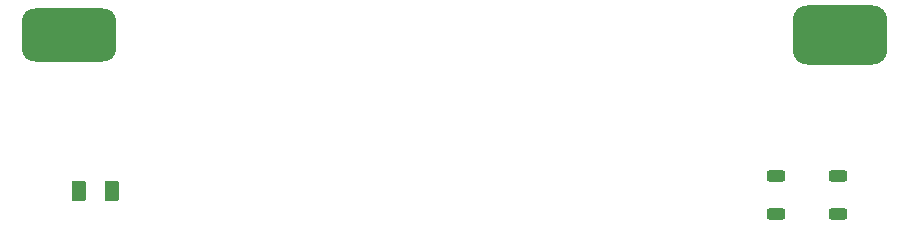
<source format=gbr>
%TF.GenerationSoftware,KiCad,Pcbnew,8.0.8-8.0.8-0~ubuntu22.04.1*%
%TF.CreationDate,2025-02-03T23:53:40+00:00*%
%TF.ProjectId,numcalcium,6e756d63-616c-4636-9975-6d2e6b696361,rev?*%
%TF.SameCoordinates,Original*%
%TF.FileFunction,Paste,Bot*%
%TF.FilePolarity,Positive*%
%FSLAX46Y46*%
G04 Gerber Fmt 4.6, Leading zero omitted, Abs format (unit mm)*
G04 Created by KiCad (PCBNEW 8.0.8-8.0.8-0~ubuntu22.04.1) date 2025-02-03 23:53:40*
%MOMM*%
%LPD*%
G01*
G04 APERTURE LIST*
G04 Aperture macros list*
%AMRoundRect*
0 Rectangle with rounded corners*
0 $1 Rounding radius*
0 $2 $3 $4 $5 $6 $7 $8 $9 X,Y pos of 4 corners*
0 Add a 4 corners polygon primitive as box body*
4,1,4,$2,$3,$4,$5,$6,$7,$8,$9,$2,$3,0*
0 Add four circle primitives for the rounded corners*
1,1,$1+$1,$2,$3*
1,1,$1+$1,$4,$5*
1,1,$1+$1,$6,$7*
1,1,$1+$1,$8,$9*
0 Add four rect primitives between the rounded corners*
20,1,$1+$1,$2,$3,$4,$5,0*
20,1,$1+$1,$4,$5,$6,$7,0*
20,1,$1+$1,$6,$7,$8,$9,0*
20,1,$1+$1,$8,$9,$2,$3,0*%
G04 Aperture macros list end*
%ADD10RoundRect,0.250000X-0.525000X-0.250000X0.525000X-0.250000X0.525000X0.250000X-0.525000X0.250000X0*%
%ADD11RoundRect,0.250000X0.375000X0.625000X-0.375000X0.625000X-0.375000X-0.625000X0.375000X-0.625000X0*%
%ADD12RoundRect,1.125000X2.875000X1.125000X-2.875000X1.125000X-2.875000X-1.125000X2.875000X-1.125000X0*%
%ADD13RoundRect,1.250000X2.750000X1.250000X-2.750000X1.250000X-2.750000X-1.250000X2.750000X-1.250000X0*%
G04 APERTURE END LIST*
D10*
%TO.C,SW22*%
X65232879Y-21280843D03*
X70482879Y-21280843D03*
X65232879Y-18080843D03*
X70482879Y-18080843D03*
%TD*%
D11*
%TO.C,D47*%
X9057879Y-19380843D03*
X6257879Y-19380843D03*
%TD*%
D12*
%TO.C,BT1*%
X5377879Y-6124843D03*
D13*
X70627879Y-6124843D03*
%TD*%
M02*

</source>
